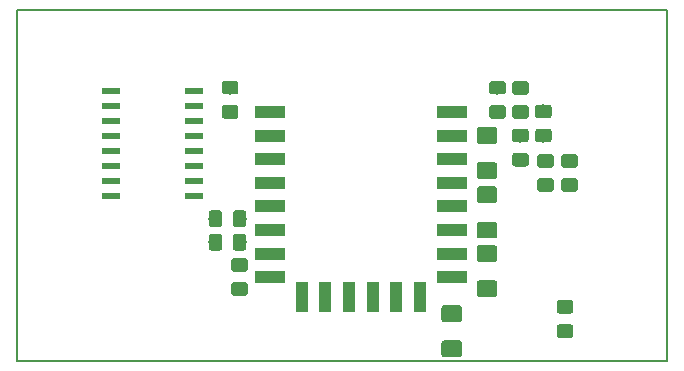
<source format=gbr>
G04 #@! TF.GenerationSoftware,KiCad,Pcbnew,(5.1.2-1)-1*
G04 #@! TF.CreationDate,2019-10-05T22:58:12+03:00*
G04 #@! TF.ProjectId,curtains-driver,63757274-6169-46e7-932d-647269766572,rev?*
G04 #@! TF.SameCoordinates,Original*
G04 #@! TF.FileFunction,Paste,Bot*
G04 #@! TF.FilePolarity,Positive*
%FSLAX46Y46*%
G04 Gerber Fmt 4.6, Leading zero omitted, Abs format (unit mm)*
G04 Created by KiCad (PCBNEW (5.1.2-1)-1) date 2019-10-05 22:58:12*
%MOMM*%
%LPD*%
G04 APERTURE LIST*
%ADD10C,0.150000*%
%ADD11R,1.100000X2.500000*%
%ADD12R,2.500000X1.100000*%
%ADD13C,0.100000*%
%ADD14C,1.150000*%
%ADD15C,1.425000*%
%ADD16R,1.500000X0.600000*%
G04 APERTURE END LIST*
D10*
X134000000Y-63754000D02*
X134000000Y-93500000D01*
X78968600Y-63754000D02*
X78968600Y-93472000D01*
X134000000Y-93500000D02*
X78968600Y-93472000D01*
X78968600Y-63754000D02*
X134000000Y-63754000D01*
D11*
X103072000Y-88086500D03*
X105072000Y-88086500D03*
X107072000Y-88086500D03*
X109072000Y-88086500D03*
X111072000Y-88086500D03*
X113072000Y-88086500D03*
D12*
X100362000Y-72386500D03*
X100362000Y-74386500D03*
X100362000Y-76386500D03*
X100362000Y-78386500D03*
X100362000Y-80386500D03*
X100362000Y-82386500D03*
X100362000Y-84386500D03*
X100362000Y-86386500D03*
X115762000Y-86386500D03*
X115762000Y-84386500D03*
X115762000Y-82386500D03*
X115762000Y-80386500D03*
X115762000Y-78386500D03*
X115762000Y-76386500D03*
X115762000Y-74386500D03*
X115762000Y-72386500D03*
D13*
G36*
X122049505Y-75862704D02*
G01*
X122073773Y-75866304D01*
X122097572Y-75872265D01*
X122120671Y-75880530D01*
X122142850Y-75891020D01*
X122163893Y-75903632D01*
X122183599Y-75918247D01*
X122201777Y-75934723D01*
X122218253Y-75952901D01*
X122232868Y-75972607D01*
X122245480Y-75993650D01*
X122255970Y-76015829D01*
X122264235Y-76038928D01*
X122270196Y-76062727D01*
X122273796Y-76086995D01*
X122275000Y-76111499D01*
X122275000Y-76761501D01*
X122273796Y-76786005D01*
X122270196Y-76810273D01*
X122264235Y-76834072D01*
X122255970Y-76857171D01*
X122245480Y-76879350D01*
X122232868Y-76900393D01*
X122218253Y-76920099D01*
X122201777Y-76938277D01*
X122183599Y-76954753D01*
X122163893Y-76969368D01*
X122142850Y-76981980D01*
X122120671Y-76992470D01*
X122097572Y-77000735D01*
X122073773Y-77006696D01*
X122049505Y-77010296D01*
X122025001Y-77011500D01*
X121124999Y-77011500D01*
X121100495Y-77010296D01*
X121076227Y-77006696D01*
X121052428Y-77000735D01*
X121029329Y-76992470D01*
X121007150Y-76981980D01*
X120986107Y-76969368D01*
X120966401Y-76954753D01*
X120948223Y-76938277D01*
X120931747Y-76920099D01*
X120917132Y-76900393D01*
X120904520Y-76879350D01*
X120894030Y-76857171D01*
X120885765Y-76834072D01*
X120879804Y-76810273D01*
X120876204Y-76786005D01*
X120875000Y-76761501D01*
X120875000Y-76111499D01*
X120876204Y-76086995D01*
X120879804Y-76062727D01*
X120885765Y-76038928D01*
X120894030Y-76015829D01*
X120904520Y-75993650D01*
X120917132Y-75972607D01*
X120931747Y-75952901D01*
X120948223Y-75934723D01*
X120966401Y-75918247D01*
X120986107Y-75903632D01*
X121007150Y-75891020D01*
X121029329Y-75880530D01*
X121052428Y-75872265D01*
X121076227Y-75866304D01*
X121100495Y-75862704D01*
X121124999Y-75861500D01*
X122025001Y-75861500D01*
X122049505Y-75862704D01*
X122049505Y-75862704D01*
G37*
D14*
X121575000Y-76436500D03*
D13*
G36*
X122049505Y-73812704D02*
G01*
X122073773Y-73816304D01*
X122097572Y-73822265D01*
X122120671Y-73830530D01*
X122142850Y-73841020D01*
X122163893Y-73853632D01*
X122183599Y-73868247D01*
X122201777Y-73884723D01*
X122218253Y-73902901D01*
X122232868Y-73922607D01*
X122245480Y-73943650D01*
X122255970Y-73965829D01*
X122264235Y-73988928D01*
X122270196Y-74012727D01*
X122273796Y-74036995D01*
X122275000Y-74061499D01*
X122275000Y-74711501D01*
X122273796Y-74736005D01*
X122270196Y-74760273D01*
X122264235Y-74784072D01*
X122255970Y-74807171D01*
X122245480Y-74829350D01*
X122232868Y-74850393D01*
X122218253Y-74870099D01*
X122201777Y-74888277D01*
X122183599Y-74904753D01*
X122163893Y-74919368D01*
X122142850Y-74931980D01*
X122120671Y-74942470D01*
X122097572Y-74950735D01*
X122073773Y-74956696D01*
X122049505Y-74960296D01*
X122025001Y-74961500D01*
X121124999Y-74961500D01*
X121100495Y-74960296D01*
X121076227Y-74956696D01*
X121052428Y-74950735D01*
X121029329Y-74942470D01*
X121007150Y-74931980D01*
X120986107Y-74919368D01*
X120966401Y-74904753D01*
X120948223Y-74888277D01*
X120931747Y-74870099D01*
X120917132Y-74850393D01*
X120904520Y-74829350D01*
X120894030Y-74807171D01*
X120885765Y-74784072D01*
X120879804Y-74760273D01*
X120876204Y-74736005D01*
X120875000Y-74711501D01*
X120875000Y-74061499D01*
X120876204Y-74036995D01*
X120879804Y-74012727D01*
X120885765Y-73988928D01*
X120894030Y-73965829D01*
X120904520Y-73943650D01*
X120917132Y-73922607D01*
X120931747Y-73902901D01*
X120948223Y-73884723D01*
X120966401Y-73868247D01*
X120986107Y-73853632D01*
X121007150Y-73841020D01*
X121029329Y-73830530D01*
X121052428Y-73822265D01*
X121076227Y-73816304D01*
X121100495Y-73812704D01*
X121124999Y-73811500D01*
X122025001Y-73811500D01*
X122049505Y-73812704D01*
X122049505Y-73812704D01*
G37*
D14*
X121575000Y-74386500D03*
D13*
G36*
X97474505Y-69762704D02*
G01*
X97498773Y-69766304D01*
X97522572Y-69772265D01*
X97545671Y-69780530D01*
X97567850Y-69791020D01*
X97588893Y-69803632D01*
X97608599Y-69818247D01*
X97626777Y-69834723D01*
X97643253Y-69852901D01*
X97657868Y-69872607D01*
X97670480Y-69893650D01*
X97680970Y-69915829D01*
X97689235Y-69938928D01*
X97695196Y-69962727D01*
X97698796Y-69986995D01*
X97700000Y-70011499D01*
X97700000Y-70661501D01*
X97698796Y-70686005D01*
X97695196Y-70710273D01*
X97689235Y-70734072D01*
X97680970Y-70757171D01*
X97670480Y-70779350D01*
X97657868Y-70800393D01*
X97643253Y-70820099D01*
X97626777Y-70838277D01*
X97608599Y-70854753D01*
X97588893Y-70869368D01*
X97567850Y-70881980D01*
X97545671Y-70892470D01*
X97522572Y-70900735D01*
X97498773Y-70906696D01*
X97474505Y-70910296D01*
X97450001Y-70911500D01*
X96549999Y-70911500D01*
X96525495Y-70910296D01*
X96501227Y-70906696D01*
X96477428Y-70900735D01*
X96454329Y-70892470D01*
X96432150Y-70881980D01*
X96411107Y-70869368D01*
X96391401Y-70854753D01*
X96373223Y-70838277D01*
X96356747Y-70820099D01*
X96342132Y-70800393D01*
X96329520Y-70779350D01*
X96319030Y-70757171D01*
X96310765Y-70734072D01*
X96304804Y-70710273D01*
X96301204Y-70686005D01*
X96300000Y-70661501D01*
X96300000Y-70011499D01*
X96301204Y-69986995D01*
X96304804Y-69962727D01*
X96310765Y-69938928D01*
X96319030Y-69915829D01*
X96329520Y-69893650D01*
X96342132Y-69872607D01*
X96356747Y-69852901D01*
X96373223Y-69834723D01*
X96391401Y-69818247D01*
X96411107Y-69803632D01*
X96432150Y-69791020D01*
X96454329Y-69780530D01*
X96477428Y-69772265D01*
X96501227Y-69766304D01*
X96525495Y-69762704D01*
X96549999Y-69761500D01*
X97450001Y-69761500D01*
X97474505Y-69762704D01*
X97474505Y-69762704D01*
G37*
D14*
X97000000Y-70336500D03*
D13*
G36*
X97474505Y-71812704D02*
G01*
X97498773Y-71816304D01*
X97522572Y-71822265D01*
X97545671Y-71830530D01*
X97567850Y-71841020D01*
X97588893Y-71853632D01*
X97608599Y-71868247D01*
X97626777Y-71884723D01*
X97643253Y-71902901D01*
X97657868Y-71922607D01*
X97670480Y-71943650D01*
X97680970Y-71965829D01*
X97689235Y-71988928D01*
X97695196Y-72012727D01*
X97698796Y-72036995D01*
X97700000Y-72061499D01*
X97700000Y-72711501D01*
X97698796Y-72736005D01*
X97695196Y-72760273D01*
X97689235Y-72784072D01*
X97680970Y-72807171D01*
X97670480Y-72829350D01*
X97657868Y-72850393D01*
X97643253Y-72870099D01*
X97626777Y-72888277D01*
X97608599Y-72904753D01*
X97588893Y-72919368D01*
X97567850Y-72931980D01*
X97545671Y-72942470D01*
X97522572Y-72950735D01*
X97498773Y-72956696D01*
X97474505Y-72960296D01*
X97450001Y-72961500D01*
X96549999Y-72961500D01*
X96525495Y-72960296D01*
X96501227Y-72956696D01*
X96477428Y-72950735D01*
X96454329Y-72942470D01*
X96432150Y-72931980D01*
X96411107Y-72919368D01*
X96391401Y-72904753D01*
X96373223Y-72888277D01*
X96356747Y-72870099D01*
X96342132Y-72850393D01*
X96329520Y-72829350D01*
X96319030Y-72807171D01*
X96310765Y-72784072D01*
X96304804Y-72760273D01*
X96301204Y-72736005D01*
X96300000Y-72711501D01*
X96300000Y-72061499D01*
X96301204Y-72036995D01*
X96304804Y-72012727D01*
X96310765Y-71988928D01*
X96319030Y-71965829D01*
X96329520Y-71943650D01*
X96342132Y-71922607D01*
X96356747Y-71902901D01*
X96373223Y-71884723D01*
X96391401Y-71868247D01*
X96411107Y-71853632D01*
X96432150Y-71841020D01*
X96454329Y-71830530D01*
X96477428Y-71822265D01*
X96501227Y-71816304D01*
X96525495Y-71812704D01*
X96549999Y-71811500D01*
X97450001Y-71811500D01*
X97474505Y-71812704D01*
X97474505Y-71812704D01*
G37*
D14*
X97000000Y-72386500D03*
D13*
G36*
X119394504Y-73675204D02*
G01*
X119418773Y-73678804D01*
X119442571Y-73684765D01*
X119465671Y-73693030D01*
X119487849Y-73703520D01*
X119508893Y-73716133D01*
X119528598Y-73730747D01*
X119546777Y-73747223D01*
X119563253Y-73765402D01*
X119577867Y-73785107D01*
X119590480Y-73806151D01*
X119600970Y-73828329D01*
X119609235Y-73851429D01*
X119615196Y-73875227D01*
X119618796Y-73899496D01*
X119620000Y-73924000D01*
X119620000Y-74849000D01*
X119618796Y-74873504D01*
X119615196Y-74897773D01*
X119609235Y-74921571D01*
X119600970Y-74944671D01*
X119590480Y-74966849D01*
X119577867Y-74987893D01*
X119563253Y-75007598D01*
X119546777Y-75025777D01*
X119528598Y-75042253D01*
X119508893Y-75056867D01*
X119487849Y-75069480D01*
X119465671Y-75079970D01*
X119442571Y-75088235D01*
X119418773Y-75094196D01*
X119394504Y-75097796D01*
X119370000Y-75099000D01*
X118120000Y-75099000D01*
X118095496Y-75097796D01*
X118071227Y-75094196D01*
X118047429Y-75088235D01*
X118024329Y-75079970D01*
X118002151Y-75069480D01*
X117981107Y-75056867D01*
X117961402Y-75042253D01*
X117943223Y-75025777D01*
X117926747Y-75007598D01*
X117912133Y-74987893D01*
X117899520Y-74966849D01*
X117889030Y-74944671D01*
X117880765Y-74921571D01*
X117874804Y-74897773D01*
X117871204Y-74873504D01*
X117870000Y-74849000D01*
X117870000Y-73924000D01*
X117871204Y-73899496D01*
X117874804Y-73875227D01*
X117880765Y-73851429D01*
X117889030Y-73828329D01*
X117899520Y-73806151D01*
X117912133Y-73785107D01*
X117926747Y-73765402D01*
X117943223Y-73747223D01*
X117961402Y-73730747D01*
X117981107Y-73716133D01*
X118002151Y-73703520D01*
X118024329Y-73693030D01*
X118047429Y-73684765D01*
X118071227Y-73678804D01*
X118095496Y-73675204D01*
X118120000Y-73674000D01*
X119370000Y-73674000D01*
X119394504Y-73675204D01*
X119394504Y-73675204D01*
G37*
D15*
X118745000Y-74386500D03*
D13*
G36*
X119394504Y-76650204D02*
G01*
X119418773Y-76653804D01*
X119442571Y-76659765D01*
X119465671Y-76668030D01*
X119487849Y-76678520D01*
X119508893Y-76691133D01*
X119528598Y-76705747D01*
X119546777Y-76722223D01*
X119563253Y-76740402D01*
X119577867Y-76760107D01*
X119590480Y-76781151D01*
X119600970Y-76803329D01*
X119609235Y-76826429D01*
X119615196Y-76850227D01*
X119618796Y-76874496D01*
X119620000Y-76899000D01*
X119620000Y-77824000D01*
X119618796Y-77848504D01*
X119615196Y-77872773D01*
X119609235Y-77896571D01*
X119600970Y-77919671D01*
X119590480Y-77941849D01*
X119577867Y-77962893D01*
X119563253Y-77982598D01*
X119546777Y-78000777D01*
X119528598Y-78017253D01*
X119508893Y-78031867D01*
X119487849Y-78044480D01*
X119465671Y-78054970D01*
X119442571Y-78063235D01*
X119418773Y-78069196D01*
X119394504Y-78072796D01*
X119370000Y-78074000D01*
X118120000Y-78074000D01*
X118095496Y-78072796D01*
X118071227Y-78069196D01*
X118047429Y-78063235D01*
X118024329Y-78054970D01*
X118002151Y-78044480D01*
X117981107Y-78031867D01*
X117961402Y-78017253D01*
X117943223Y-78000777D01*
X117926747Y-77982598D01*
X117912133Y-77962893D01*
X117899520Y-77941849D01*
X117889030Y-77919671D01*
X117880765Y-77896571D01*
X117874804Y-77872773D01*
X117871204Y-77848504D01*
X117870000Y-77824000D01*
X117870000Y-76899000D01*
X117871204Y-76874496D01*
X117874804Y-76850227D01*
X117880765Y-76826429D01*
X117889030Y-76803329D01*
X117899520Y-76781151D01*
X117912133Y-76760107D01*
X117926747Y-76740402D01*
X117943223Y-76722223D01*
X117961402Y-76705747D01*
X117981107Y-76691133D01*
X118002151Y-76678520D01*
X118024329Y-76668030D01*
X118047429Y-76659765D01*
X118071227Y-76653804D01*
X118095496Y-76650204D01*
X118120000Y-76649000D01*
X119370000Y-76649000D01*
X119394504Y-76650204D01*
X119394504Y-76650204D01*
G37*
D15*
X118745000Y-77361500D03*
D13*
G36*
X116411504Y-88758604D02*
G01*
X116435773Y-88762204D01*
X116459571Y-88768165D01*
X116482671Y-88776430D01*
X116504849Y-88786920D01*
X116525893Y-88799533D01*
X116545598Y-88814147D01*
X116563777Y-88830623D01*
X116580253Y-88848802D01*
X116594867Y-88868507D01*
X116607480Y-88889551D01*
X116617970Y-88911729D01*
X116626235Y-88934829D01*
X116632196Y-88958627D01*
X116635796Y-88982896D01*
X116637000Y-89007400D01*
X116637000Y-89932400D01*
X116635796Y-89956904D01*
X116632196Y-89981173D01*
X116626235Y-90004971D01*
X116617970Y-90028071D01*
X116607480Y-90050249D01*
X116594867Y-90071293D01*
X116580253Y-90090998D01*
X116563777Y-90109177D01*
X116545598Y-90125653D01*
X116525893Y-90140267D01*
X116504849Y-90152880D01*
X116482671Y-90163370D01*
X116459571Y-90171635D01*
X116435773Y-90177596D01*
X116411504Y-90181196D01*
X116387000Y-90182400D01*
X115137000Y-90182400D01*
X115112496Y-90181196D01*
X115088227Y-90177596D01*
X115064429Y-90171635D01*
X115041329Y-90163370D01*
X115019151Y-90152880D01*
X114998107Y-90140267D01*
X114978402Y-90125653D01*
X114960223Y-90109177D01*
X114943747Y-90090998D01*
X114929133Y-90071293D01*
X114916520Y-90050249D01*
X114906030Y-90028071D01*
X114897765Y-90004971D01*
X114891804Y-89981173D01*
X114888204Y-89956904D01*
X114887000Y-89932400D01*
X114887000Y-89007400D01*
X114888204Y-88982896D01*
X114891804Y-88958627D01*
X114897765Y-88934829D01*
X114906030Y-88911729D01*
X114916520Y-88889551D01*
X114929133Y-88868507D01*
X114943747Y-88848802D01*
X114960223Y-88830623D01*
X114978402Y-88814147D01*
X114998107Y-88799533D01*
X115019151Y-88786920D01*
X115041329Y-88776430D01*
X115064429Y-88768165D01*
X115088227Y-88762204D01*
X115112496Y-88758604D01*
X115137000Y-88757400D01*
X116387000Y-88757400D01*
X116411504Y-88758604D01*
X116411504Y-88758604D01*
G37*
D15*
X115762000Y-89469900D03*
D13*
G36*
X116411504Y-91733604D02*
G01*
X116435773Y-91737204D01*
X116459571Y-91743165D01*
X116482671Y-91751430D01*
X116504849Y-91761920D01*
X116525893Y-91774533D01*
X116545598Y-91789147D01*
X116563777Y-91805623D01*
X116580253Y-91823802D01*
X116594867Y-91843507D01*
X116607480Y-91864551D01*
X116617970Y-91886729D01*
X116626235Y-91909829D01*
X116632196Y-91933627D01*
X116635796Y-91957896D01*
X116637000Y-91982400D01*
X116637000Y-92907400D01*
X116635796Y-92931904D01*
X116632196Y-92956173D01*
X116626235Y-92979971D01*
X116617970Y-93003071D01*
X116607480Y-93025249D01*
X116594867Y-93046293D01*
X116580253Y-93065998D01*
X116563777Y-93084177D01*
X116545598Y-93100653D01*
X116525893Y-93115267D01*
X116504849Y-93127880D01*
X116482671Y-93138370D01*
X116459571Y-93146635D01*
X116435773Y-93152596D01*
X116411504Y-93156196D01*
X116387000Y-93157400D01*
X115137000Y-93157400D01*
X115112496Y-93156196D01*
X115088227Y-93152596D01*
X115064429Y-93146635D01*
X115041329Y-93138370D01*
X115019151Y-93127880D01*
X114998107Y-93115267D01*
X114978402Y-93100653D01*
X114960223Y-93084177D01*
X114943747Y-93065998D01*
X114929133Y-93046293D01*
X114916520Y-93025249D01*
X114906030Y-93003071D01*
X114897765Y-92979971D01*
X114891804Y-92956173D01*
X114888204Y-92931904D01*
X114887000Y-92907400D01*
X114887000Y-91982400D01*
X114888204Y-91957896D01*
X114891804Y-91933627D01*
X114897765Y-91909829D01*
X114906030Y-91886729D01*
X114916520Y-91864551D01*
X114929133Y-91843507D01*
X114943747Y-91823802D01*
X114960223Y-91805623D01*
X114978402Y-91789147D01*
X114998107Y-91774533D01*
X115019151Y-91761920D01*
X115041329Y-91751430D01*
X115064429Y-91743165D01*
X115088227Y-91737204D01*
X115112496Y-91733604D01*
X115137000Y-91732400D01*
X116387000Y-91732400D01*
X116411504Y-91733604D01*
X116411504Y-91733604D01*
G37*
D15*
X115762000Y-92444900D03*
D13*
G36*
X96098505Y-80733604D02*
G01*
X96122773Y-80737204D01*
X96146572Y-80743165D01*
X96169671Y-80751430D01*
X96191850Y-80761920D01*
X96212893Y-80774532D01*
X96232599Y-80789147D01*
X96250777Y-80805623D01*
X96267253Y-80823801D01*
X96281868Y-80843507D01*
X96294480Y-80864550D01*
X96304970Y-80886729D01*
X96313235Y-80909828D01*
X96319196Y-80933627D01*
X96322796Y-80957895D01*
X96324000Y-80982399D01*
X96324000Y-81882401D01*
X96322796Y-81906905D01*
X96319196Y-81931173D01*
X96313235Y-81954972D01*
X96304970Y-81978071D01*
X96294480Y-82000250D01*
X96281868Y-82021293D01*
X96267253Y-82040999D01*
X96250777Y-82059177D01*
X96232599Y-82075653D01*
X96212893Y-82090268D01*
X96191850Y-82102880D01*
X96169671Y-82113370D01*
X96146572Y-82121635D01*
X96122773Y-82127596D01*
X96098505Y-82131196D01*
X96074001Y-82132400D01*
X95423999Y-82132400D01*
X95399495Y-82131196D01*
X95375227Y-82127596D01*
X95351428Y-82121635D01*
X95328329Y-82113370D01*
X95306150Y-82102880D01*
X95285107Y-82090268D01*
X95265401Y-82075653D01*
X95247223Y-82059177D01*
X95230747Y-82040999D01*
X95216132Y-82021293D01*
X95203520Y-82000250D01*
X95193030Y-81978071D01*
X95184765Y-81954972D01*
X95178804Y-81931173D01*
X95175204Y-81906905D01*
X95174000Y-81882401D01*
X95174000Y-80982399D01*
X95175204Y-80957895D01*
X95178804Y-80933627D01*
X95184765Y-80909828D01*
X95193030Y-80886729D01*
X95203520Y-80864550D01*
X95216132Y-80843507D01*
X95230747Y-80823801D01*
X95247223Y-80805623D01*
X95265401Y-80789147D01*
X95285107Y-80774532D01*
X95306150Y-80761920D01*
X95328329Y-80751430D01*
X95351428Y-80743165D01*
X95375227Y-80737204D01*
X95399495Y-80733604D01*
X95423999Y-80732400D01*
X96074001Y-80732400D01*
X96098505Y-80733604D01*
X96098505Y-80733604D01*
G37*
D14*
X95749000Y-81432400D03*
D13*
G36*
X98148505Y-80733604D02*
G01*
X98172773Y-80737204D01*
X98196572Y-80743165D01*
X98219671Y-80751430D01*
X98241850Y-80761920D01*
X98262893Y-80774532D01*
X98282599Y-80789147D01*
X98300777Y-80805623D01*
X98317253Y-80823801D01*
X98331868Y-80843507D01*
X98344480Y-80864550D01*
X98354970Y-80886729D01*
X98363235Y-80909828D01*
X98369196Y-80933627D01*
X98372796Y-80957895D01*
X98374000Y-80982399D01*
X98374000Y-81882401D01*
X98372796Y-81906905D01*
X98369196Y-81931173D01*
X98363235Y-81954972D01*
X98354970Y-81978071D01*
X98344480Y-82000250D01*
X98331868Y-82021293D01*
X98317253Y-82040999D01*
X98300777Y-82059177D01*
X98282599Y-82075653D01*
X98262893Y-82090268D01*
X98241850Y-82102880D01*
X98219671Y-82113370D01*
X98196572Y-82121635D01*
X98172773Y-82127596D01*
X98148505Y-82131196D01*
X98124001Y-82132400D01*
X97473999Y-82132400D01*
X97449495Y-82131196D01*
X97425227Y-82127596D01*
X97401428Y-82121635D01*
X97378329Y-82113370D01*
X97356150Y-82102880D01*
X97335107Y-82090268D01*
X97315401Y-82075653D01*
X97297223Y-82059177D01*
X97280747Y-82040999D01*
X97266132Y-82021293D01*
X97253520Y-82000250D01*
X97243030Y-81978071D01*
X97234765Y-81954972D01*
X97228804Y-81931173D01*
X97225204Y-81906905D01*
X97224000Y-81882401D01*
X97224000Y-80982399D01*
X97225204Y-80957895D01*
X97228804Y-80933627D01*
X97234765Y-80909828D01*
X97243030Y-80886729D01*
X97253520Y-80864550D01*
X97266132Y-80843507D01*
X97280747Y-80823801D01*
X97297223Y-80805623D01*
X97315401Y-80789147D01*
X97335107Y-80774532D01*
X97356150Y-80761920D01*
X97378329Y-80751430D01*
X97401428Y-80743165D01*
X97425227Y-80737204D01*
X97449495Y-80733604D01*
X97473999Y-80732400D01*
X98124001Y-80732400D01*
X98148505Y-80733604D01*
X98148505Y-80733604D01*
G37*
D14*
X97799000Y-81432400D03*
D13*
G36*
X98148505Y-82732604D02*
G01*
X98172773Y-82736204D01*
X98196572Y-82742165D01*
X98219671Y-82750430D01*
X98241850Y-82760920D01*
X98262893Y-82773532D01*
X98282599Y-82788147D01*
X98300777Y-82804623D01*
X98317253Y-82822801D01*
X98331868Y-82842507D01*
X98344480Y-82863550D01*
X98354970Y-82885729D01*
X98363235Y-82908828D01*
X98369196Y-82932627D01*
X98372796Y-82956895D01*
X98374000Y-82981399D01*
X98374000Y-83881401D01*
X98372796Y-83905905D01*
X98369196Y-83930173D01*
X98363235Y-83953972D01*
X98354970Y-83977071D01*
X98344480Y-83999250D01*
X98331868Y-84020293D01*
X98317253Y-84039999D01*
X98300777Y-84058177D01*
X98282599Y-84074653D01*
X98262893Y-84089268D01*
X98241850Y-84101880D01*
X98219671Y-84112370D01*
X98196572Y-84120635D01*
X98172773Y-84126596D01*
X98148505Y-84130196D01*
X98124001Y-84131400D01*
X97473999Y-84131400D01*
X97449495Y-84130196D01*
X97425227Y-84126596D01*
X97401428Y-84120635D01*
X97378329Y-84112370D01*
X97356150Y-84101880D01*
X97335107Y-84089268D01*
X97315401Y-84074653D01*
X97297223Y-84058177D01*
X97280747Y-84039999D01*
X97266132Y-84020293D01*
X97253520Y-83999250D01*
X97243030Y-83977071D01*
X97234765Y-83953972D01*
X97228804Y-83930173D01*
X97225204Y-83905905D01*
X97224000Y-83881401D01*
X97224000Y-82981399D01*
X97225204Y-82956895D01*
X97228804Y-82932627D01*
X97234765Y-82908828D01*
X97243030Y-82885729D01*
X97253520Y-82863550D01*
X97266132Y-82842507D01*
X97280747Y-82822801D01*
X97297223Y-82804623D01*
X97315401Y-82788147D01*
X97335107Y-82773532D01*
X97356150Y-82760920D01*
X97378329Y-82750430D01*
X97401428Y-82742165D01*
X97425227Y-82736204D01*
X97449495Y-82732604D01*
X97473999Y-82731400D01*
X98124001Y-82731400D01*
X98148505Y-82732604D01*
X98148505Y-82732604D01*
G37*
D14*
X97799000Y-83431400D03*
D13*
G36*
X96098505Y-82732604D02*
G01*
X96122773Y-82736204D01*
X96146572Y-82742165D01*
X96169671Y-82750430D01*
X96191850Y-82760920D01*
X96212893Y-82773532D01*
X96232599Y-82788147D01*
X96250777Y-82804623D01*
X96267253Y-82822801D01*
X96281868Y-82842507D01*
X96294480Y-82863550D01*
X96304970Y-82885729D01*
X96313235Y-82908828D01*
X96319196Y-82932627D01*
X96322796Y-82956895D01*
X96324000Y-82981399D01*
X96324000Y-83881401D01*
X96322796Y-83905905D01*
X96319196Y-83930173D01*
X96313235Y-83953972D01*
X96304970Y-83977071D01*
X96294480Y-83999250D01*
X96281868Y-84020293D01*
X96267253Y-84039999D01*
X96250777Y-84058177D01*
X96232599Y-84074653D01*
X96212893Y-84089268D01*
X96191850Y-84101880D01*
X96169671Y-84112370D01*
X96146572Y-84120635D01*
X96122773Y-84126596D01*
X96098505Y-84130196D01*
X96074001Y-84131400D01*
X95423999Y-84131400D01*
X95399495Y-84130196D01*
X95375227Y-84126596D01*
X95351428Y-84120635D01*
X95328329Y-84112370D01*
X95306150Y-84101880D01*
X95285107Y-84089268D01*
X95265401Y-84074653D01*
X95247223Y-84058177D01*
X95230747Y-84039999D01*
X95216132Y-84020293D01*
X95203520Y-83999250D01*
X95193030Y-83977071D01*
X95184765Y-83953972D01*
X95178804Y-83930173D01*
X95175204Y-83905905D01*
X95174000Y-83881401D01*
X95174000Y-82981399D01*
X95175204Y-82956895D01*
X95178804Y-82932627D01*
X95184765Y-82908828D01*
X95193030Y-82885729D01*
X95203520Y-82863550D01*
X95216132Y-82842507D01*
X95230747Y-82822801D01*
X95247223Y-82804623D01*
X95265401Y-82788147D01*
X95285107Y-82773532D01*
X95306150Y-82760920D01*
X95328329Y-82750430D01*
X95351428Y-82742165D01*
X95375227Y-82736204D01*
X95399495Y-82732604D01*
X95423999Y-82731400D01*
X96074001Y-82731400D01*
X96098505Y-82732604D01*
X96098505Y-82732604D01*
G37*
D14*
X95749000Y-83431400D03*
D13*
G36*
X98264505Y-86811204D02*
G01*
X98288773Y-86814804D01*
X98312572Y-86820765D01*
X98335671Y-86829030D01*
X98357850Y-86839520D01*
X98378893Y-86852132D01*
X98398599Y-86866747D01*
X98416777Y-86883223D01*
X98433253Y-86901401D01*
X98447868Y-86921107D01*
X98460480Y-86942150D01*
X98470970Y-86964329D01*
X98479235Y-86987428D01*
X98485196Y-87011227D01*
X98488796Y-87035495D01*
X98490000Y-87059999D01*
X98490000Y-87710001D01*
X98488796Y-87734505D01*
X98485196Y-87758773D01*
X98479235Y-87782572D01*
X98470970Y-87805671D01*
X98460480Y-87827850D01*
X98447868Y-87848893D01*
X98433253Y-87868599D01*
X98416777Y-87886777D01*
X98398599Y-87903253D01*
X98378893Y-87917868D01*
X98357850Y-87930480D01*
X98335671Y-87940970D01*
X98312572Y-87949235D01*
X98288773Y-87955196D01*
X98264505Y-87958796D01*
X98240001Y-87960000D01*
X97339999Y-87960000D01*
X97315495Y-87958796D01*
X97291227Y-87955196D01*
X97267428Y-87949235D01*
X97244329Y-87940970D01*
X97222150Y-87930480D01*
X97201107Y-87917868D01*
X97181401Y-87903253D01*
X97163223Y-87886777D01*
X97146747Y-87868599D01*
X97132132Y-87848893D01*
X97119520Y-87827850D01*
X97109030Y-87805671D01*
X97100765Y-87782572D01*
X97094804Y-87758773D01*
X97091204Y-87734505D01*
X97090000Y-87710001D01*
X97090000Y-87059999D01*
X97091204Y-87035495D01*
X97094804Y-87011227D01*
X97100765Y-86987428D01*
X97109030Y-86964329D01*
X97119520Y-86942150D01*
X97132132Y-86921107D01*
X97146747Y-86901401D01*
X97163223Y-86883223D01*
X97181401Y-86866747D01*
X97201107Y-86852132D01*
X97222150Y-86839520D01*
X97244329Y-86829030D01*
X97267428Y-86820765D01*
X97291227Y-86814804D01*
X97315495Y-86811204D01*
X97339999Y-86810000D01*
X98240001Y-86810000D01*
X98264505Y-86811204D01*
X98264505Y-86811204D01*
G37*
D14*
X97790000Y-87385000D03*
D13*
G36*
X98264505Y-84761204D02*
G01*
X98288773Y-84764804D01*
X98312572Y-84770765D01*
X98335671Y-84779030D01*
X98357850Y-84789520D01*
X98378893Y-84802132D01*
X98398599Y-84816747D01*
X98416777Y-84833223D01*
X98433253Y-84851401D01*
X98447868Y-84871107D01*
X98460480Y-84892150D01*
X98470970Y-84914329D01*
X98479235Y-84937428D01*
X98485196Y-84961227D01*
X98488796Y-84985495D01*
X98490000Y-85009999D01*
X98490000Y-85660001D01*
X98488796Y-85684505D01*
X98485196Y-85708773D01*
X98479235Y-85732572D01*
X98470970Y-85755671D01*
X98460480Y-85777850D01*
X98447868Y-85798893D01*
X98433253Y-85818599D01*
X98416777Y-85836777D01*
X98398599Y-85853253D01*
X98378893Y-85867868D01*
X98357850Y-85880480D01*
X98335671Y-85890970D01*
X98312572Y-85899235D01*
X98288773Y-85905196D01*
X98264505Y-85908796D01*
X98240001Y-85910000D01*
X97339999Y-85910000D01*
X97315495Y-85908796D01*
X97291227Y-85905196D01*
X97267428Y-85899235D01*
X97244329Y-85890970D01*
X97222150Y-85880480D01*
X97201107Y-85867868D01*
X97181401Y-85853253D01*
X97163223Y-85836777D01*
X97146747Y-85818599D01*
X97132132Y-85798893D01*
X97119520Y-85777850D01*
X97109030Y-85755671D01*
X97100765Y-85732572D01*
X97094804Y-85708773D01*
X97091204Y-85684505D01*
X97090000Y-85660001D01*
X97090000Y-85009999D01*
X97091204Y-84985495D01*
X97094804Y-84961227D01*
X97100765Y-84937428D01*
X97109030Y-84914329D01*
X97119520Y-84892150D01*
X97132132Y-84871107D01*
X97146747Y-84851401D01*
X97163223Y-84833223D01*
X97181401Y-84816747D01*
X97201107Y-84802132D01*
X97222150Y-84789520D01*
X97244329Y-84779030D01*
X97267428Y-84770765D01*
X97291227Y-84764804D01*
X97315495Y-84761204D01*
X97339999Y-84760000D01*
X98240001Y-84760000D01*
X98264505Y-84761204D01*
X98264505Y-84761204D01*
G37*
D14*
X97790000Y-85335000D03*
D13*
G36*
X125823505Y-90367204D02*
G01*
X125847773Y-90370804D01*
X125871572Y-90376765D01*
X125894671Y-90385030D01*
X125916850Y-90395520D01*
X125937893Y-90408132D01*
X125957599Y-90422747D01*
X125975777Y-90439223D01*
X125992253Y-90457401D01*
X126006868Y-90477107D01*
X126019480Y-90498150D01*
X126029970Y-90520329D01*
X126038235Y-90543428D01*
X126044196Y-90567227D01*
X126047796Y-90591495D01*
X126049000Y-90615999D01*
X126049000Y-91266001D01*
X126047796Y-91290505D01*
X126044196Y-91314773D01*
X126038235Y-91338572D01*
X126029970Y-91361671D01*
X126019480Y-91383850D01*
X126006868Y-91404893D01*
X125992253Y-91424599D01*
X125975777Y-91442777D01*
X125957599Y-91459253D01*
X125937893Y-91473868D01*
X125916850Y-91486480D01*
X125894671Y-91496970D01*
X125871572Y-91505235D01*
X125847773Y-91511196D01*
X125823505Y-91514796D01*
X125799001Y-91516000D01*
X124898999Y-91516000D01*
X124874495Y-91514796D01*
X124850227Y-91511196D01*
X124826428Y-91505235D01*
X124803329Y-91496970D01*
X124781150Y-91486480D01*
X124760107Y-91473868D01*
X124740401Y-91459253D01*
X124722223Y-91442777D01*
X124705747Y-91424599D01*
X124691132Y-91404893D01*
X124678520Y-91383850D01*
X124668030Y-91361671D01*
X124659765Y-91338572D01*
X124653804Y-91314773D01*
X124650204Y-91290505D01*
X124649000Y-91266001D01*
X124649000Y-90615999D01*
X124650204Y-90591495D01*
X124653804Y-90567227D01*
X124659765Y-90543428D01*
X124668030Y-90520329D01*
X124678520Y-90498150D01*
X124691132Y-90477107D01*
X124705747Y-90457401D01*
X124722223Y-90439223D01*
X124740401Y-90422747D01*
X124760107Y-90408132D01*
X124781150Y-90395520D01*
X124803329Y-90385030D01*
X124826428Y-90376765D01*
X124850227Y-90370804D01*
X124874495Y-90367204D01*
X124898999Y-90366000D01*
X125799001Y-90366000D01*
X125823505Y-90367204D01*
X125823505Y-90367204D01*
G37*
D14*
X125349000Y-90941000D03*
D13*
G36*
X125823505Y-88317204D02*
G01*
X125847773Y-88320804D01*
X125871572Y-88326765D01*
X125894671Y-88335030D01*
X125916850Y-88345520D01*
X125937893Y-88358132D01*
X125957599Y-88372747D01*
X125975777Y-88389223D01*
X125992253Y-88407401D01*
X126006868Y-88427107D01*
X126019480Y-88448150D01*
X126029970Y-88470329D01*
X126038235Y-88493428D01*
X126044196Y-88517227D01*
X126047796Y-88541495D01*
X126049000Y-88565999D01*
X126049000Y-89216001D01*
X126047796Y-89240505D01*
X126044196Y-89264773D01*
X126038235Y-89288572D01*
X126029970Y-89311671D01*
X126019480Y-89333850D01*
X126006868Y-89354893D01*
X125992253Y-89374599D01*
X125975777Y-89392777D01*
X125957599Y-89409253D01*
X125937893Y-89423868D01*
X125916850Y-89436480D01*
X125894671Y-89446970D01*
X125871572Y-89455235D01*
X125847773Y-89461196D01*
X125823505Y-89464796D01*
X125799001Y-89466000D01*
X124898999Y-89466000D01*
X124874495Y-89464796D01*
X124850227Y-89461196D01*
X124826428Y-89455235D01*
X124803329Y-89446970D01*
X124781150Y-89436480D01*
X124760107Y-89423868D01*
X124740401Y-89409253D01*
X124722223Y-89392777D01*
X124705747Y-89374599D01*
X124691132Y-89354893D01*
X124678520Y-89333850D01*
X124668030Y-89311671D01*
X124659765Y-89288572D01*
X124653804Y-89264773D01*
X124650204Y-89240505D01*
X124649000Y-89216001D01*
X124649000Y-88565999D01*
X124650204Y-88541495D01*
X124653804Y-88517227D01*
X124659765Y-88493428D01*
X124668030Y-88470329D01*
X124678520Y-88448150D01*
X124691132Y-88427107D01*
X124705747Y-88407401D01*
X124722223Y-88389223D01*
X124740401Y-88372747D01*
X124760107Y-88358132D01*
X124781150Y-88345520D01*
X124803329Y-88335030D01*
X124826428Y-88326765D01*
X124850227Y-88320804D01*
X124874495Y-88317204D01*
X124898999Y-88316000D01*
X125799001Y-88316000D01*
X125823505Y-88317204D01*
X125823505Y-88317204D01*
G37*
D14*
X125349000Y-88891000D03*
D13*
G36*
X126204505Y-78014870D02*
G01*
X126228773Y-78018470D01*
X126252572Y-78024431D01*
X126275671Y-78032696D01*
X126297850Y-78043186D01*
X126318893Y-78055798D01*
X126338599Y-78070413D01*
X126356777Y-78086889D01*
X126373253Y-78105067D01*
X126387868Y-78124773D01*
X126400480Y-78145816D01*
X126410970Y-78167995D01*
X126419235Y-78191094D01*
X126425196Y-78214893D01*
X126428796Y-78239161D01*
X126430000Y-78263665D01*
X126430000Y-78913667D01*
X126428796Y-78938171D01*
X126425196Y-78962439D01*
X126419235Y-78986238D01*
X126410970Y-79009337D01*
X126400480Y-79031516D01*
X126387868Y-79052559D01*
X126373253Y-79072265D01*
X126356777Y-79090443D01*
X126338599Y-79106919D01*
X126318893Y-79121534D01*
X126297850Y-79134146D01*
X126275671Y-79144636D01*
X126252572Y-79152901D01*
X126228773Y-79158862D01*
X126204505Y-79162462D01*
X126180001Y-79163666D01*
X125279999Y-79163666D01*
X125255495Y-79162462D01*
X125231227Y-79158862D01*
X125207428Y-79152901D01*
X125184329Y-79144636D01*
X125162150Y-79134146D01*
X125141107Y-79121534D01*
X125121401Y-79106919D01*
X125103223Y-79090443D01*
X125086747Y-79072265D01*
X125072132Y-79052559D01*
X125059520Y-79031516D01*
X125049030Y-79009337D01*
X125040765Y-78986238D01*
X125034804Y-78962439D01*
X125031204Y-78938171D01*
X125030000Y-78913667D01*
X125030000Y-78263665D01*
X125031204Y-78239161D01*
X125034804Y-78214893D01*
X125040765Y-78191094D01*
X125049030Y-78167995D01*
X125059520Y-78145816D01*
X125072132Y-78124773D01*
X125086747Y-78105067D01*
X125103223Y-78086889D01*
X125121401Y-78070413D01*
X125141107Y-78055798D01*
X125162150Y-78043186D01*
X125184329Y-78032696D01*
X125207428Y-78024431D01*
X125231227Y-78018470D01*
X125255495Y-78014870D01*
X125279999Y-78013666D01*
X126180001Y-78013666D01*
X126204505Y-78014870D01*
X126204505Y-78014870D01*
G37*
D14*
X125730000Y-78588666D03*
D13*
G36*
X126204505Y-75964870D02*
G01*
X126228773Y-75968470D01*
X126252572Y-75974431D01*
X126275671Y-75982696D01*
X126297850Y-75993186D01*
X126318893Y-76005798D01*
X126338599Y-76020413D01*
X126356777Y-76036889D01*
X126373253Y-76055067D01*
X126387868Y-76074773D01*
X126400480Y-76095816D01*
X126410970Y-76117995D01*
X126419235Y-76141094D01*
X126425196Y-76164893D01*
X126428796Y-76189161D01*
X126430000Y-76213665D01*
X126430000Y-76863667D01*
X126428796Y-76888171D01*
X126425196Y-76912439D01*
X126419235Y-76936238D01*
X126410970Y-76959337D01*
X126400480Y-76981516D01*
X126387868Y-77002559D01*
X126373253Y-77022265D01*
X126356777Y-77040443D01*
X126338599Y-77056919D01*
X126318893Y-77071534D01*
X126297850Y-77084146D01*
X126275671Y-77094636D01*
X126252572Y-77102901D01*
X126228773Y-77108862D01*
X126204505Y-77112462D01*
X126180001Y-77113666D01*
X125279999Y-77113666D01*
X125255495Y-77112462D01*
X125231227Y-77108862D01*
X125207428Y-77102901D01*
X125184329Y-77094636D01*
X125162150Y-77084146D01*
X125141107Y-77071534D01*
X125121401Y-77056919D01*
X125103223Y-77040443D01*
X125086747Y-77022265D01*
X125072132Y-77002559D01*
X125059520Y-76981516D01*
X125049030Y-76959337D01*
X125040765Y-76936238D01*
X125034804Y-76912439D01*
X125031204Y-76888171D01*
X125030000Y-76863667D01*
X125030000Y-76213665D01*
X125031204Y-76189161D01*
X125034804Y-76164893D01*
X125040765Y-76141094D01*
X125049030Y-76117995D01*
X125059520Y-76095816D01*
X125072132Y-76074773D01*
X125086747Y-76055067D01*
X125103223Y-76036889D01*
X125121401Y-76020413D01*
X125141107Y-76005798D01*
X125162150Y-75993186D01*
X125184329Y-75982696D01*
X125207428Y-75974431D01*
X125231227Y-75968470D01*
X125255495Y-75964870D01*
X125279999Y-75963666D01*
X126180001Y-75963666D01*
X126204505Y-75964870D01*
X126204505Y-75964870D01*
G37*
D14*
X125730000Y-76538666D03*
D13*
G36*
X124172505Y-75964870D02*
G01*
X124196773Y-75968470D01*
X124220572Y-75974431D01*
X124243671Y-75982696D01*
X124265850Y-75993186D01*
X124286893Y-76005798D01*
X124306599Y-76020413D01*
X124324777Y-76036889D01*
X124341253Y-76055067D01*
X124355868Y-76074773D01*
X124368480Y-76095816D01*
X124378970Y-76117995D01*
X124387235Y-76141094D01*
X124393196Y-76164893D01*
X124396796Y-76189161D01*
X124398000Y-76213665D01*
X124398000Y-76863667D01*
X124396796Y-76888171D01*
X124393196Y-76912439D01*
X124387235Y-76936238D01*
X124378970Y-76959337D01*
X124368480Y-76981516D01*
X124355868Y-77002559D01*
X124341253Y-77022265D01*
X124324777Y-77040443D01*
X124306599Y-77056919D01*
X124286893Y-77071534D01*
X124265850Y-77084146D01*
X124243671Y-77094636D01*
X124220572Y-77102901D01*
X124196773Y-77108862D01*
X124172505Y-77112462D01*
X124148001Y-77113666D01*
X123247999Y-77113666D01*
X123223495Y-77112462D01*
X123199227Y-77108862D01*
X123175428Y-77102901D01*
X123152329Y-77094636D01*
X123130150Y-77084146D01*
X123109107Y-77071534D01*
X123089401Y-77056919D01*
X123071223Y-77040443D01*
X123054747Y-77022265D01*
X123040132Y-77002559D01*
X123027520Y-76981516D01*
X123017030Y-76959337D01*
X123008765Y-76936238D01*
X123002804Y-76912439D01*
X122999204Y-76888171D01*
X122998000Y-76863667D01*
X122998000Y-76213665D01*
X122999204Y-76189161D01*
X123002804Y-76164893D01*
X123008765Y-76141094D01*
X123017030Y-76117995D01*
X123027520Y-76095816D01*
X123040132Y-76074773D01*
X123054747Y-76055067D01*
X123071223Y-76036889D01*
X123089401Y-76020413D01*
X123109107Y-76005798D01*
X123130150Y-75993186D01*
X123152329Y-75982696D01*
X123175428Y-75974431D01*
X123199227Y-75968470D01*
X123223495Y-75964870D01*
X123247999Y-75963666D01*
X124148001Y-75963666D01*
X124172505Y-75964870D01*
X124172505Y-75964870D01*
G37*
D14*
X123698000Y-76538666D03*
D13*
G36*
X124172505Y-78014870D02*
G01*
X124196773Y-78018470D01*
X124220572Y-78024431D01*
X124243671Y-78032696D01*
X124265850Y-78043186D01*
X124286893Y-78055798D01*
X124306599Y-78070413D01*
X124324777Y-78086889D01*
X124341253Y-78105067D01*
X124355868Y-78124773D01*
X124368480Y-78145816D01*
X124378970Y-78167995D01*
X124387235Y-78191094D01*
X124393196Y-78214893D01*
X124396796Y-78239161D01*
X124398000Y-78263665D01*
X124398000Y-78913667D01*
X124396796Y-78938171D01*
X124393196Y-78962439D01*
X124387235Y-78986238D01*
X124378970Y-79009337D01*
X124368480Y-79031516D01*
X124355868Y-79052559D01*
X124341253Y-79072265D01*
X124324777Y-79090443D01*
X124306599Y-79106919D01*
X124286893Y-79121534D01*
X124265850Y-79134146D01*
X124243671Y-79144636D01*
X124220572Y-79152901D01*
X124196773Y-79158862D01*
X124172505Y-79162462D01*
X124148001Y-79163666D01*
X123247999Y-79163666D01*
X123223495Y-79162462D01*
X123199227Y-79158862D01*
X123175428Y-79152901D01*
X123152329Y-79144636D01*
X123130150Y-79134146D01*
X123109107Y-79121534D01*
X123089401Y-79106919D01*
X123071223Y-79090443D01*
X123054747Y-79072265D01*
X123040132Y-79052559D01*
X123027520Y-79031516D01*
X123017030Y-79009337D01*
X123008765Y-78986238D01*
X123002804Y-78962439D01*
X122999204Y-78938171D01*
X122998000Y-78913667D01*
X122998000Y-78263665D01*
X122999204Y-78239161D01*
X123002804Y-78214893D01*
X123008765Y-78191094D01*
X123017030Y-78167995D01*
X123027520Y-78145816D01*
X123040132Y-78124773D01*
X123054747Y-78105067D01*
X123071223Y-78086889D01*
X123089401Y-78070413D01*
X123109107Y-78055798D01*
X123130150Y-78043186D01*
X123152329Y-78032696D01*
X123175428Y-78024431D01*
X123199227Y-78018470D01*
X123223495Y-78014870D01*
X123247999Y-78013666D01*
X124148001Y-78013666D01*
X124172505Y-78014870D01*
X124172505Y-78014870D01*
G37*
D14*
X123698000Y-78588666D03*
D13*
G36*
X120108505Y-71812704D02*
G01*
X120132773Y-71816304D01*
X120156572Y-71822265D01*
X120179671Y-71830530D01*
X120201850Y-71841020D01*
X120222893Y-71853632D01*
X120242599Y-71868247D01*
X120260777Y-71884723D01*
X120277253Y-71902901D01*
X120291868Y-71922607D01*
X120304480Y-71943650D01*
X120314970Y-71965829D01*
X120323235Y-71988928D01*
X120329196Y-72012727D01*
X120332796Y-72036995D01*
X120334000Y-72061499D01*
X120334000Y-72711501D01*
X120332796Y-72736005D01*
X120329196Y-72760273D01*
X120323235Y-72784072D01*
X120314970Y-72807171D01*
X120304480Y-72829350D01*
X120291868Y-72850393D01*
X120277253Y-72870099D01*
X120260777Y-72888277D01*
X120242599Y-72904753D01*
X120222893Y-72919368D01*
X120201850Y-72931980D01*
X120179671Y-72942470D01*
X120156572Y-72950735D01*
X120132773Y-72956696D01*
X120108505Y-72960296D01*
X120084001Y-72961500D01*
X119183999Y-72961500D01*
X119159495Y-72960296D01*
X119135227Y-72956696D01*
X119111428Y-72950735D01*
X119088329Y-72942470D01*
X119066150Y-72931980D01*
X119045107Y-72919368D01*
X119025401Y-72904753D01*
X119007223Y-72888277D01*
X118990747Y-72870099D01*
X118976132Y-72850393D01*
X118963520Y-72829350D01*
X118953030Y-72807171D01*
X118944765Y-72784072D01*
X118938804Y-72760273D01*
X118935204Y-72736005D01*
X118934000Y-72711501D01*
X118934000Y-72061499D01*
X118935204Y-72036995D01*
X118938804Y-72012727D01*
X118944765Y-71988928D01*
X118953030Y-71965829D01*
X118963520Y-71943650D01*
X118976132Y-71922607D01*
X118990747Y-71902901D01*
X119007223Y-71884723D01*
X119025401Y-71868247D01*
X119045107Y-71853632D01*
X119066150Y-71841020D01*
X119088329Y-71830530D01*
X119111428Y-71822265D01*
X119135227Y-71816304D01*
X119159495Y-71812704D01*
X119183999Y-71811500D01*
X120084001Y-71811500D01*
X120108505Y-71812704D01*
X120108505Y-71812704D01*
G37*
D14*
X119634000Y-72386500D03*
D13*
G36*
X120108505Y-69762704D02*
G01*
X120132773Y-69766304D01*
X120156572Y-69772265D01*
X120179671Y-69780530D01*
X120201850Y-69791020D01*
X120222893Y-69803632D01*
X120242599Y-69818247D01*
X120260777Y-69834723D01*
X120277253Y-69852901D01*
X120291868Y-69872607D01*
X120304480Y-69893650D01*
X120314970Y-69915829D01*
X120323235Y-69938928D01*
X120329196Y-69962727D01*
X120332796Y-69986995D01*
X120334000Y-70011499D01*
X120334000Y-70661501D01*
X120332796Y-70686005D01*
X120329196Y-70710273D01*
X120323235Y-70734072D01*
X120314970Y-70757171D01*
X120304480Y-70779350D01*
X120291868Y-70800393D01*
X120277253Y-70820099D01*
X120260777Y-70838277D01*
X120242599Y-70854753D01*
X120222893Y-70869368D01*
X120201850Y-70881980D01*
X120179671Y-70892470D01*
X120156572Y-70900735D01*
X120132773Y-70906696D01*
X120108505Y-70910296D01*
X120084001Y-70911500D01*
X119183999Y-70911500D01*
X119159495Y-70910296D01*
X119135227Y-70906696D01*
X119111428Y-70900735D01*
X119088329Y-70892470D01*
X119066150Y-70881980D01*
X119045107Y-70869368D01*
X119025401Y-70854753D01*
X119007223Y-70838277D01*
X118990747Y-70820099D01*
X118976132Y-70800393D01*
X118963520Y-70779350D01*
X118953030Y-70757171D01*
X118944765Y-70734072D01*
X118938804Y-70710273D01*
X118935204Y-70686005D01*
X118934000Y-70661501D01*
X118934000Y-70011499D01*
X118935204Y-69986995D01*
X118938804Y-69962727D01*
X118944765Y-69938928D01*
X118953030Y-69915829D01*
X118963520Y-69893650D01*
X118976132Y-69872607D01*
X118990747Y-69852901D01*
X119007223Y-69834723D01*
X119025401Y-69818247D01*
X119045107Y-69803632D01*
X119066150Y-69791020D01*
X119088329Y-69780530D01*
X119111428Y-69772265D01*
X119135227Y-69766304D01*
X119159495Y-69762704D01*
X119183999Y-69761500D01*
X120084001Y-69761500D01*
X120108505Y-69762704D01*
X120108505Y-69762704D01*
G37*
D14*
X119634000Y-70336500D03*
D13*
G36*
X122054005Y-69776204D02*
G01*
X122078273Y-69779804D01*
X122102072Y-69785765D01*
X122125171Y-69794030D01*
X122147350Y-69804520D01*
X122168393Y-69817132D01*
X122188099Y-69831747D01*
X122206277Y-69848223D01*
X122222753Y-69866401D01*
X122237368Y-69886107D01*
X122249980Y-69907150D01*
X122260470Y-69929329D01*
X122268735Y-69952428D01*
X122274696Y-69976227D01*
X122278296Y-70000495D01*
X122279500Y-70024999D01*
X122279500Y-70675001D01*
X122278296Y-70699505D01*
X122274696Y-70723773D01*
X122268735Y-70747572D01*
X122260470Y-70770671D01*
X122249980Y-70792850D01*
X122237368Y-70813893D01*
X122222753Y-70833599D01*
X122206277Y-70851777D01*
X122188099Y-70868253D01*
X122168393Y-70882868D01*
X122147350Y-70895480D01*
X122125171Y-70905970D01*
X122102072Y-70914235D01*
X122078273Y-70920196D01*
X122054005Y-70923796D01*
X122029501Y-70925000D01*
X121129499Y-70925000D01*
X121104995Y-70923796D01*
X121080727Y-70920196D01*
X121056928Y-70914235D01*
X121033829Y-70905970D01*
X121011650Y-70895480D01*
X120990607Y-70882868D01*
X120970901Y-70868253D01*
X120952723Y-70851777D01*
X120936247Y-70833599D01*
X120921632Y-70813893D01*
X120909020Y-70792850D01*
X120898530Y-70770671D01*
X120890265Y-70747572D01*
X120884304Y-70723773D01*
X120880704Y-70699505D01*
X120879500Y-70675001D01*
X120879500Y-70024999D01*
X120880704Y-70000495D01*
X120884304Y-69976227D01*
X120890265Y-69952428D01*
X120898530Y-69929329D01*
X120909020Y-69907150D01*
X120921632Y-69886107D01*
X120936247Y-69866401D01*
X120952723Y-69848223D01*
X120970901Y-69831747D01*
X120990607Y-69817132D01*
X121011650Y-69804520D01*
X121033829Y-69794030D01*
X121056928Y-69785765D01*
X121080727Y-69779804D01*
X121104995Y-69776204D01*
X121129499Y-69775000D01*
X122029501Y-69775000D01*
X122054005Y-69776204D01*
X122054005Y-69776204D01*
G37*
D14*
X121579500Y-70350000D03*
D13*
G36*
X122054005Y-71826204D02*
G01*
X122078273Y-71829804D01*
X122102072Y-71835765D01*
X122125171Y-71844030D01*
X122147350Y-71854520D01*
X122168393Y-71867132D01*
X122188099Y-71881747D01*
X122206277Y-71898223D01*
X122222753Y-71916401D01*
X122237368Y-71936107D01*
X122249980Y-71957150D01*
X122260470Y-71979329D01*
X122268735Y-72002428D01*
X122274696Y-72026227D01*
X122278296Y-72050495D01*
X122279500Y-72074999D01*
X122279500Y-72725001D01*
X122278296Y-72749505D01*
X122274696Y-72773773D01*
X122268735Y-72797572D01*
X122260470Y-72820671D01*
X122249980Y-72842850D01*
X122237368Y-72863893D01*
X122222753Y-72883599D01*
X122206277Y-72901777D01*
X122188099Y-72918253D01*
X122168393Y-72932868D01*
X122147350Y-72945480D01*
X122125171Y-72955970D01*
X122102072Y-72964235D01*
X122078273Y-72970196D01*
X122054005Y-72973796D01*
X122029501Y-72975000D01*
X121129499Y-72975000D01*
X121104995Y-72973796D01*
X121080727Y-72970196D01*
X121056928Y-72964235D01*
X121033829Y-72955970D01*
X121011650Y-72945480D01*
X120990607Y-72932868D01*
X120970901Y-72918253D01*
X120952723Y-72901777D01*
X120936247Y-72883599D01*
X120921632Y-72863893D01*
X120909020Y-72842850D01*
X120898530Y-72820671D01*
X120890265Y-72797572D01*
X120884304Y-72773773D01*
X120880704Y-72749505D01*
X120879500Y-72725001D01*
X120879500Y-72074999D01*
X120880704Y-72050495D01*
X120884304Y-72026227D01*
X120890265Y-72002428D01*
X120898530Y-71979329D01*
X120909020Y-71957150D01*
X120921632Y-71936107D01*
X120936247Y-71916401D01*
X120952723Y-71898223D01*
X120970901Y-71881747D01*
X120990607Y-71867132D01*
X121011650Y-71854520D01*
X121033829Y-71844030D01*
X121056928Y-71835765D01*
X121080727Y-71829804D01*
X121104995Y-71826204D01*
X121129499Y-71825000D01*
X122029501Y-71825000D01*
X122054005Y-71826204D01*
X122054005Y-71826204D01*
G37*
D14*
X121579500Y-72400000D03*
D13*
G36*
X123999505Y-73812704D02*
G01*
X124023773Y-73816304D01*
X124047572Y-73822265D01*
X124070671Y-73830530D01*
X124092850Y-73841020D01*
X124113893Y-73853632D01*
X124133599Y-73868247D01*
X124151777Y-73884723D01*
X124168253Y-73902901D01*
X124182868Y-73922607D01*
X124195480Y-73943650D01*
X124205970Y-73965829D01*
X124214235Y-73988928D01*
X124220196Y-74012727D01*
X124223796Y-74036995D01*
X124225000Y-74061499D01*
X124225000Y-74711501D01*
X124223796Y-74736005D01*
X124220196Y-74760273D01*
X124214235Y-74784072D01*
X124205970Y-74807171D01*
X124195480Y-74829350D01*
X124182868Y-74850393D01*
X124168253Y-74870099D01*
X124151777Y-74888277D01*
X124133599Y-74904753D01*
X124113893Y-74919368D01*
X124092850Y-74931980D01*
X124070671Y-74942470D01*
X124047572Y-74950735D01*
X124023773Y-74956696D01*
X123999505Y-74960296D01*
X123975001Y-74961500D01*
X123074999Y-74961500D01*
X123050495Y-74960296D01*
X123026227Y-74956696D01*
X123002428Y-74950735D01*
X122979329Y-74942470D01*
X122957150Y-74931980D01*
X122936107Y-74919368D01*
X122916401Y-74904753D01*
X122898223Y-74888277D01*
X122881747Y-74870099D01*
X122867132Y-74850393D01*
X122854520Y-74829350D01*
X122844030Y-74807171D01*
X122835765Y-74784072D01*
X122829804Y-74760273D01*
X122826204Y-74736005D01*
X122825000Y-74711501D01*
X122825000Y-74061499D01*
X122826204Y-74036995D01*
X122829804Y-74012727D01*
X122835765Y-73988928D01*
X122844030Y-73965829D01*
X122854520Y-73943650D01*
X122867132Y-73922607D01*
X122881747Y-73902901D01*
X122898223Y-73884723D01*
X122916401Y-73868247D01*
X122936107Y-73853632D01*
X122957150Y-73841020D01*
X122979329Y-73830530D01*
X123002428Y-73822265D01*
X123026227Y-73816304D01*
X123050495Y-73812704D01*
X123074999Y-73811500D01*
X123975001Y-73811500D01*
X123999505Y-73812704D01*
X123999505Y-73812704D01*
G37*
D14*
X123525000Y-74386500D03*
D13*
G36*
X123999505Y-71762704D02*
G01*
X124023773Y-71766304D01*
X124047572Y-71772265D01*
X124070671Y-71780530D01*
X124092850Y-71791020D01*
X124113893Y-71803632D01*
X124133599Y-71818247D01*
X124151777Y-71834723D01*
X124168253Y-71852901D01*
X124182868Y-71872607D01*
X124195480Y-71893650D01*
X124205970Y-71915829D01*
X124214235Y-71938928D01*
X124220196Y-71962727D01*
X124223796Y-71986995D01*
X124225000Y-72011499D01*
X124225000Y-72661501D01*
X124223796Y-72686005D01*
X124220196Y-72710273D01*
X124214235Y-72734072D01*
X124205970Y-72757171D01*
X124195480Y-72779350D01*
X124182868Y-72800393D01*
X124168253Y-72820099D01*
X124151777Y-72838277D01*
X124133599Y-72854753D01*
X124113893Y-72869368D01*
X124092850Y-72881980D01*
X124070671Y-72892470D01*
X124047572Y-72900735D01*
X124023773Y-72906696D01*
X123999505Y-72910296D01*
X123975001Y-72911500D01*
X123074999Y-72911500D01*
X123050495Y-72910296D01*
X123026227Y-72906696D01*
X123002428Y-72900735D01*
X122979329Y-72892470D01*
X122957150Y-72881980D01*
X122936107Y-72869368D01*
X122916401Y-72854753D01*
X122898223Y-72838277D01*
X122881747Y-72820099D01*
X122867132Y-72800393D01*
X122854520Y-72779350D01*
X122844030Y-72757171D01*
X122835765Y-72734072D01*
X122829804Y-72710273D01*
X122826204Y-72686005D01*
X122825000Y-72661501D01*
X122825000Y-72011499D01*
X122826204Y-71986995D01*
X122829804Y-71962727D01*
X122835765Y-71938928D01*
X122844030Y-71915829D01*
X122854520Y-71893650D01*
X122867132Y-71872607D01*
X122881747Y-71852901D01*
X122898223Y-71834723D01*
X122916401Y-71818247D01*
X122936107Y-71803632D01*
X122957150Y-71791020D01*
X122979329Y-71780530D01*
X123002428Y-71772265D01*
X123026227Y-71766304D01*
X123050495Y-71762704D01*
X123074999Y-71761500D01*
X123975001Y-71761500D01*
X123999505Y-71762704D01*
X123999505Y-71762704D01*
G37*
D14*
X123525000Y-72336500D03*
D13*
G36*
X119394504Y-83675204D02*
G01*
X119418773Y-83678804D01*
X119442571Y-83684765D01*
X119465671Y-83693030D01*
X119487849Y-83703520D01*
X119508893Y-83716133D01*
X119528598Y-83730747D01*
X119546777Y-83747223D01*
X119563253Y-83765402D01*
X119577867Y-83785107D01*
X119590480Y-83806151D01*
X119600970Y-83828329D01*
X119609235Y-83851429D01*
X119615196Y-83875227D01*
X119618796Y-83899496D01*
X119620000Y-83924000D01*
X119620000Y-84849000D01*
X119618796Y-84873504D01*
X119615196Y-84897773D01*
X119609235Y-84921571D01*
X119600970Y-84944671D01*
X119590480Y-84966849D01*
X119577867Y-84987893D01*
X119563253Y-85007598D01*
X119546777Y-85025777D01*
X119528598Y-85042253D01*
X119508893Y-85056867D01*
X119487849Y-85069480D01*
X119465671Y-85079970D01*
X119442571Y-85088235D01*
X119418773Y-85094196D01*
X119394504Y-85097796D01*
X119370000Y-85099000D01*
X118120000Y-85099000D01*
X118095496Y-85097796D01*
X118071227Y-85094196D01*
X118047429Y-85088235D01*
X118024329Y-85079970D01*
X118002151Y-85069480D01*
X117981107Y-85056867D01*
X117961402Y-85042253D01*
X117943223Y-85025777D01*
X117926747Y-85007598D01*
X117912133Y-84987893D01*
X117899520Y-84966849D01*
X117889030Y-84944671D01*
X117880765Y-84921571D01*
X117874804Y-84897773D01*
X117871204Y-84873504D01*
X117870000Y-84849000D01*
X117870000Y-83924000D01*
X117871204Y-83899496D01*
X117874804Y-83875227D01*
X117880765Y-83851429D01*
X117889030Y-83828329D01*
X117899520Y-83806151D01*
X117912133Y-83785107D01*
X117926747Y-83765402D01*
X117943223Y-83747223D01*
X117961402Y-83730747D01*
X117981107Y-83716133D01*
X118002151Y-83703520D01*
X118024329Y-83693030D01*
X118047429Y-83684765D01*
X118071227Y-83678804D01*
X118095496Y-83675204D01*
X118120000Y-83674000D01*
X119370000Y-83674000D01*
X119394504Y-83675204D01*
X119394504Y-83675204D01*
G37*
D15*
X118745000Y-84386500D03*
D13*
G36*
X119394504Y-86650204D02*
G01*
X119418773Y-86653804D01*
X119442571Y-86659765D01*
X119465671Y-86668030D01*
X119487849Y-86678520D01*
X119508893Y-86691133D01*
X119528598Y-86705747D01*
X119546777Y-86722223D01*
X119563253Y-86740402D01*
X119577867Y-86760107D01*
X119590480Y-86781151D01*
X119600970Y-86803329D01*
X119609235Y-86826429D01*
X119615196Y-86850227D01*
X119618796Y-86874496D01*
X119620000Y-86899000D01*
X119620000Y-87824000D01*
X119618796Y-87848504D01*
X119615196Y-87872773D01*
X119609235Y-87896571D01*
X119600970Y-87919671D01*
X119590480Y-87941849D01*
X119577867Y-87962893D01*
X119563253Y-87982598D01*
X119546777Y-88000777D01*
X119528598Y-88017253D01*
X119508893Y-88031867D01*
X119487849Y-88044480D01*
X119465671Y-88054970D01*
X119442571Y-88063235D01*
X119418773Y-88069196D01*
X119394504Y-88072796D01*
X119370000Y-88074000D01*
X118120000Y-88074000D01*
X118095496Y-88072796D01*
X118071227Y-88069196D01*
X118047429Y-88063235D01*
X118024329Y-88054970D01*
X118002151Y-88044480D01*
X117981107Y-88031867D01*
X117961402Y-88017253D01*
X117943223Y-88000777D01*
X117926747Y-87982598D01*
X117912133Y-87962893D01*
X117899520Y-87941849D01*
X117889030Y-87919671D01*
X117880765Y-87896571D01*
X117874804Y-87872773D01*
X117871204Y-87848504D01*
X117870000Y-87824000D01*
X117870000Y-86899000D01*
X117871204Y-86874496D01*
X117874804Y-86850227D01*
X117880765Y-86826429D01*
X117889030Y-86803329D01*
X117899520Y-86781151D01*
X117912133Y-86760107D01*
X117926747Y-86740402D01*
X117943223Y-86722223D01*
X117961402Y-86705747D01*
X117981107Y-86691133D01*
X118002151Y-86678520D01*
X118024329Y-86668030D01*
X118047429Y-86659765D01*
X118071227Y-86653804D01*
X118095496Y-86650204D01*
X118120000Y-86649000D01*
X119370000Y-86649000D01*
X119394504Y-86650204D01*
X119394504Y-86650204D01*
G37*
D15*
X118745000Y-87361500D03*
D13*
G36*
X119394504Y-81675204D02*
G01*
X119418773Y-81678804D01*
X119442571Y-81684765D01*
X119465671Y-81693030D01*
X119487849Y-81703520D01*
X119508893Y-81716133D01*
X119528598Y-81730747D01*
X119546777Y-81747223D01*
X119563253Y-81765402D01*
X119577867Y-81785107D01*
X119590480Y-81806151D01*
X119600970Y-81828329D01*
X119609235Y-81851429D01*
X119615196Y-81875227D01*
X119618796Y-81899496D01*
X119620000Y-81924000D01*
X119620000Y-82849000D01*
X119618796Y-82873504D01*
X119615196Y-82897773D01*
X119609235Y-82921571D01*
X119600970Y-82944671D01*
X119590480Y-82966849D01*
X119577867Y-82987893D01*
X119563253Y-83007598D01*
X119546777Y-83025777D01*
X119528598Y-83042253D01*
X119508893Y-83056867D01*
X119487849Y-83069480D01*
X119465671Y-83079970D01*
X119442571Y-83088235D01*
X119418773Y-83094196D01*
X119394504Y-83097796D01*
X119370000Y-83099000D01*
X118120000Y-83099000D01*
X118095496Y-83097796D01*
X118071227Y-83094196D01*
X118047429Y-83088235D01*
X118024329Y-83079970D01*
X118002151Y-83069480D01*
X117981107Y-83056867D01*
X117961402Y-83042253D01*
X117943223Y-83025777D01*
X117926747Y-83007598D01*
X117912133Y-82987893D01*
X117899520Y-82966849D01*
X117889030Y-82944671D01*
X117880765Y-82921571D01*
X117874804Y-82897773D01*
X117871204Y-82873504D01*
X117870000Y-82849000D01*
X117870000Y-81924000D01*
X117871204Y-81899496D01*
X117874804Y-81875227D01*
X117880765Y-81851429D01*
X117889030Y-81828329D01*
X117899520Y-81806151D01*
X117912133Y-81785107D01*
X117926747Y-81765402D01*
X117943223Y-81747223D01*
X117961402Y-81730747D01*
X117981107Y-81716133D01*
X118002151Y-81703520D01*
X118024329Y-81693030D01*
X118047429Y-81684765D01*
X118071227Y-81678804D01*
X118095496Y-81675204D01*
X118120000Y-81674000D01*
X119370000Y-81674000D01*
X119394504Y-81675204D01*
X119394504Y-81675204D01*
G37*
D15*
X118745000Y-82386500D03*
D13*
G36*
X119394504Y-78700204D02*
G01*
X119418773Y-78703804D01*
X119442571Y-78709765D01*
X119465671Y-78718030D01*
X119487849Y-78728520D01*
X119508893Y-78741133D01*
X119528598Y-78755747D01*
X119546777Y-78772223D01*
X119563253Y-78790402D01*
X119577867Y-78810107D01*
X119590480Y-78831151D01*
X119600970Y-78853329D01*
X119609235Y-78876429D01*
X119615196Y-78900227D01*
X119618796Y-78924496D01*
X119620000Y-78949000D01*
X119620000Y-79874000D01*
X119618796Y-79898504D01*
X119615196Y-79922773D01*
X119609235Y-79946571D01*
X119600970Y-79969671D01*
X119590480Y-79991849D01*
X119577867Y-80012893D01*
X119563253Y-80032598D01*
X119546777Y-80050777D01*
X119528598Y-80067253D01*
X119508893Y-80081867D01*
X119487849Y-80094480D01*
X119465671Y-80104970D01*
X119442571Y-80113235D01*
X119418773Y-80119196D01*
X119394504Y-80122796D01*
X119370000Y-80124000D01*
X118120000Y-80124000D01*
X118095496Y-80122796D01*
X118071227Y-80119196D01*
X118047429Y-80113235D01*
X118024329Y-80104970D01*
X118002151Y-80094480D01*
X117981107Y-80081867D01*
X117961402Y-80067253D01*
X117943223Y-80050777D01*
X117926747Y-80032598D01*
X117912133Y-80012893D01*
X117899520Y-79991849D01*
X117889030Y-79969671D01*
X117880765Y-79946571D01*
X117874804Y-79922773D01*
X117871204Y-79898504D01*
X117870000Y-79874000D01*
X117870000Y-78949000D01*
X117871204Y-78924496D01*
X117874804Y-78900227D01*
X117880765Y-78876429D01*
X117889030Y-78853329D01*
X117899520Y-78831151D01*
X117912133Y-78810107D01*
X117926747Y-78790402D01*
X117943223Y-78772223D01*
X117961402Y-78755747D01*
X117981107Y-78741133D01*
X118002151Y-78728520D01*
X118024329Y-78718030D01*
X118047429Y-78709765D01*
X118071227Y-78703804D01*
X118095496Y-78700204D01*
X118120000Y-78699000D01*
X119370000Y-78699000D01*
X119394504Y-78700204D01*
X119394504Y-78700204D01*
G37*
D15*
X118745000Y-79411500D03*
D16*
X93974000Y-70576500D03*
X93974000Y-71846500D03*
X93974000Y-73116500D03*
X93974000Y-74386500D03*
X93974000Y-75656500D03*
X93974000Y-76926500D03*
X93974000Y-78196500D03*
X93974000Y-79466500D03*
X86874000Y-79466500D03*
X86874000Y-78196500D03*
X86874000Y-76926500D03*
X86874000Y-75656500D03*
X86874000Y-74386500D03*
X86874000Y-73116500D03*
X86874000Y-71846500D03*
X86874000Y-70576500D03*
M02*

</source>
